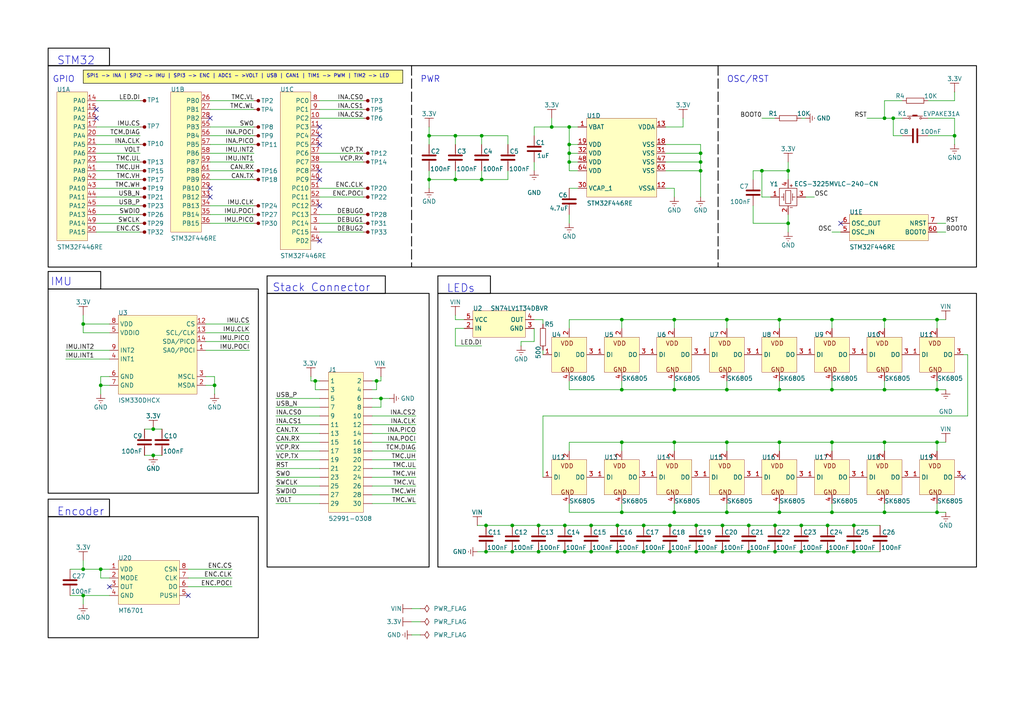
<source format=kicad_sch>
(kicad_sch (version 20250114) (generator "eeschema") (generator_version "9.0")
  (paper "A4")
  (title_block (title "BLDCM - MCU") (date "2025-05-06") (rev "v3"))
  (rectangle (start 142.24 80.01) (end 127 85.09) (stroke (width 0.254) (color 0 0 0 1)))
  (rectangle (start 77.47 85.09) (end 124.46 164.465) (stroke (width 0.254) (color 0 0 0 1)))
  (rectangle (start 13.97 19.05) (end 283.21 77.47) (stroke (width 0.254) (color 0 0 0 1)))
  (rectangle (start 13.97 149.86) (end 74.93 184.9628) (stroke (width 0.254) (color 0 0 0 1)))
  (rectangle (start 127 85.09) (end 283.21 164.465) (stroke (width 0.254) (color 0 0 0 1)))
  (rectangle (start 13.97 78.74) (end 29.21 83.82) (stroke (width 0.254) (color 0 0 0 1)))
  (rectangle (start 77.47 80.01) (end 111.76 85.09) (stroke (width 0.254) (color 0 0 0 1)))
  (rectangle (start 31.75 13.97) (end 13.97 19.05) (stroke (width 0.254) (color 0 0 0 1)))
  (rectangle (start 31.75 144.78) (end 13.97 149.86) (stroke (width 0.254) (color 0 0 0 1)))
  (rectangle (start 13.97 83.82) (end 74.93 143.0528) (stroke (width 0.254) (color 0 0 0 1)))
  (text "STM32" (at 16.51 19.05 0) (effects (font (size 2.286 2.286)) (justify left bottom)))
  (text "IMU" (at 14.605 83.185 0) (effects (font (size 2.286 2.286)) (justify left bottom)))
  (text "LEDs" (at 129.54 85.09 0) (effects (font (size 2.286 2.286)) (justify left bottom)))
  (text "Stack Connector" (at 78.994 84.8868 0) (effects (font (size 2.286 2.286)) (justify left bottom)))
  (text "Encoder" (at 16.51 149.86 0) (effects (font (size 2.286 2.286)) (justify left bottom)))
  (text "OSC/RST" (at 210.82 24.13 0) (effects (font (size 1.778 1.778)) (justify left bottom)))
  (text "GPIO" (at 15.24 24.13 0) (effects (font (size 1.778 1.778)) (justify left bottom)))
  (text "PWR" (at 121.92 24.13 0) (effects (font (size 1.778 1.778)) (justify left bottom)))
  (text_box "SPI1 -> INA | SPI2 -> IMU | SPI3 -> ENC | ADC1 - >VOLT | USB | CAN1 | TIM1 -> PWM | TIM2 -> LED" (at 24.13 20.32 0) (size 92.71 3.81) (margins 0.9525 0.9525 0.9525 0.9525) (stroke (width 0) (color 0 0 0 1)) (fill (type color) (color 255 255 150 1)) (effects (font (size 1.016 1.016)) (justify left top)))
  (junction (at 91.44 110.49))
  (junction (at 232.41 152.4))
  (junction (at 232.41 160.02))
  (junction (at 29.21 111.76))
  (junction (at 210.82 92.71))
  (junction (at 226.06 148.59))
  (junction (at 228.6 49.53))
  (junction (at 247.65 160.02))
  (junction (at 110.49 115.57))
  (junction (at 201.93 152.4))
  (junction (at 195.58 128.27))
  (junction (at 124.46 52.07))
  (junction (at 203.2 49.53))
  (junction (at 132.08 39.37))
  (junction (at 226.06 113.03))
  (junction (at 139.7 52.07))
  (junction (at 226.06 92.71))
  (junction (at 29.21 165.1))
  (junction (at 220.98 49.53))
  (junction (at 201.93 160.02))
  (junction (at 165.1 36.83))
  (junction (at 180.34 128.27))
  (junction (at 210.82 148.59))
  (junction (at 259.08 34.29))
  (junction (at 194.31 152.4))
  (junction (at 180.34 92.71))
  (junction (at 62.23 111.76))
  (junction (at 140.97 160.02))
  (junction (at 217.17 152.4))
  (junction (at 209.55 152.4))
  (junction (at 165.1 44.45))
  (junction (at 195.58 113.03))
  (junction (at 180.34 148.59))
  (junction (at 180.34 113.03))
  (junction (at 171.45 160.02))
  (junction (at 148.59 152.4))
  (junction (at 203.2 44.45))
  (junction (at 256.54 113.03))
  (junction (at 163.83 160.02))
  (junction (at 271.78 128.27))
  (junction (at 124.46 39.37))
  (junction (at 271.78 148.59))
  (junction (at 24.13 165.1))
  (junction (at 256.54 128.27))
  (junction (at 156.21 152.4))
  (junction (at 195.58 148.59))
  (junction (at 165.1 46.99))
  (junction (at 228.6 64.77))
  (junction (at 179.07 160.02))
  (junction (at 209.55 160.02))
  (junction (at 276.86 39.37))
  (junction (at 210.82 128.27))
  (junction (at 148.59 160.02))
  (junction (at 24.13 172.72))
  (junction (at 247.65 152.4))
  (junction (at 240.03 160.02))
  (junction (at 210.82 113.03))
  (junction (at 217.17 160.02))
  (junction (at 256.54 92.71))
  (junction (at 241.3 92.71))
  (junction (at 140.97 152.4))
  (junction (at 271.78 92.71))
  (junction (at 226.06 128.27))
  (junction (at 109.22 110.49))
  (junction (at 271.78 113.03))
  (junction (at 186.69 160.02))
  (junction (at 203.2 46.99))
  (junction (at 165.1 41.91))
  (junction (at 160.02 36.83))
  (junction (at 156.21 160.02))
  (junction (at 163.83 152.4))
  (junction (at 186.69 152.4))
  (junction (at 195.58 92.71))
  (junction (at 224.79 152.4))
  (junction (at 44.45 132.08))
  (junction (at 24.13 93.98))
  (junction (at 240.03 152.4))
  (junction (at 241.3 113.03))
  (junction (at 194.31 160.02))
  (junction (at 139.7 39.37))
  (junction (at 171.45 152.4))
  (junction (at 224.79 160.02))
  (junction (at 256.54 148.59))
  (junction (at 179.07 152.4))
  (junction (at 241.3 128.27))
  (junction (at 44.45 124.46))
  (junction (at 132.08 52.07))
  (junction (at 241.3 148.59))
  (junction (at 256.54 34.29))
  (no_connect (at 92.71 36.83))
  (no_connect (at 92.71 52.07))
  (no_connect (at 279.4 138.43))
  (no_connect (at 60.96 54.61))
  (no_connect (at 54.61 172.72))
  (no_connect (at 243.84 64.77))
  (no_connect (at 92.71 49.53))
  (no_connect (at 60.96 57.15))
  (no_connect (at 92.71 39.37))
  (no_connect (at 60.96 34.29))
  (no_connect (at 27.94 34.29))
  (no_connect (at 92.71 41.91))
  (no_connect (at 92.71 69.85))
  (no_connect (at 92.71 59.69))
  (no_connect (at 27.94 31.75))
  (no_connect (at 31.75 170.18))
  (wire (pts (xy 163.83 152.4) (xy 171.45 152.4)))
  (wire (pts (xy 80.01 120.65) (xy 92.71 120.65)))
  (wire (pts (xy 29.21 167.64) (xy 29.21 165.1)))
  (wire (pts (xy 195.58 128.27) (xy 195.58 130.81)))
  (wire (pts (xy 171.45 152.4) (xy 179.07 152.4)))
  (wire (pts (xy 198.12 36.83) (xy 198.12 34.29)))
  (wire (pts (xy 110.49 115.57) (xy 113.03 115.57)))
  (wire (pts (xy 73.66 31.75) (xy 60.96 31.75)))
  (wire (pts (xy 171.45 160.02) (xy 179.07 160.02)))
  (wire (pts (xy 80.01 125.73) (xy 92.71 125.73)))
  (wire (pts (xy 157.48 138.43) (xy 157.48 120.65)))
  (wire (pts (xy 165.1 113.03) (xy 180.34 113.03)))
  (wire (pts (xy 24.13 162.56) (xy 24.13 165.1)))
  (wire (pts (xy 209.55 160.02) (xy 217.17 160.02)))
  (wire (pts (xy 259.08 34.29) (xy 261.62 34.29)))
  (wire (pts (xy 259.08 34.29) (xy 259.08 39.37)))
  (wire (pts (xy 90.17 110.49) (xy 90.17 109.22)))
  (wire (pts (xy 80.01 143.51) (xy 92.71 143.51)))
  (wire (pts (xy 226.06 128.27) (xy 226.06 130.81)))
  (wire (pts (xy 271.78 67.31) (xy 274.32 67.31)))
  (wire (pts (xy 165.1 92.71) (xy 180.34 92.71)))
  (wire (pts (xy 241.3 148.59) (xy 241.3 146.05)))
  (wire (pts (xy 165.1 130.81) (xy 165.1 128.27)))
  (wire (pts (xy 276.86 26.67) (xy 276.86 29.21)))
  (wire (pts (xy 41.91 124.46) (xy 44.45 124.46)))
  (wire (pts (xy 110.49 115.57) (xy 107.95 115.57)))
  (wire (pts (xy 60.96 44.45) (xy 73.66 44.45)))
  (wire (pts (xy 132.08 39.37) (xy 124.46 39.37)))
  (wire (pts (xy 210.82 92.71) (xy 226.06 92.71)))
  (wire (pts (xy 31.75 167.64) (xy 29.21 167.64)))
  (wire (pts (xy 193.04 54.61) (xy 195.58 54.61)))
  (wire (pts (xy 256.54 92.71) (xy 256.54 95.25)))
  (wire (pts (xy 59.69 99.06) (xy 72.39 99.06)))
  (wire (pts (xy 156.21 160.02) (xy 163.83 160.02)))
  (wire (pts (xy 256.54 128.27) (xy 271.78 128.27)))
  (wire (pts (xy 165.1 46.99) (xy 165.1 44.45)))
  (wire (pts (xy 60.96 29.21) (xy 73.66 29.21)))
  (wire (pts (xy 27.94 59.69) (xy 40.64 59.69)))
  (wire (pts (xy 40.64 41.91) (xy 27.94 41.91)))
  (wire (pts (xy 280.67 102.87) (xy 279.4 102.87)))
  (wire (pts (xy 210.82 148.59) (xy 210.82 146.05)))
  (wire (pts (xy 20.32 165.1) (xy 24.13 165.1)))
  (wire (pts (xy 195.58 54.61) (xy 195.58 57.15)))
  (wire (pts (xy 193.04 41.91) (xy 203.2 41.91)))
  (wire (pts (xy 91.44 110.49) (xy 91.44 113.03)))
  (wire (pts (xy 40.64 54.61) (xy 27.94 54.61)))
  (wire (pts (xy 209.55 152.4) (xy 217.17 152.4)))
  (wire (pts (xy 24.13 165.1) (xy 29.21 165.1)))
  (wire (pts (xy 67.31 170.18) (xy 54.61 170.18)))
  (wire (pts (xy 24.13 96.52) (xy 31.75 96.52)))
  (wire (pts (xy 210.82 113.03) (xy 226.06 113.03)))
  (wire (pts (xy 251.46 34.29) (xy 256.54 34.29)))
  (wire (pts (xy 60.96 62.23) (xy 73.66 62.23)))
  (wire (pts (xy 132.08 39.37) (xy 139.7 39.37)))
  (wire (pts (xy 167.64 46.99) (xy 165.1 46.99)))
  (wire (pts (xy 92.71 115.57) (xy 80.01 115.57)))
  (wire (pts (xy 195.58 113.03) (xy 195.58 110.49)))
  (wire (pts (xy 226.06 148.59) (xy 226.06 146.05)))
  (wire (pts (xy 92.71 146.05) (xy 80.01 146.05)))
  (wire (pts (xy 157.48 120.65) (xy 280.67 120.65)))
  (wire (pts (xy 92.71 62.23) (xy 105.41 62.23)))
  (wire (pts (xy 60.96 36.83) (xy 73.66 36.83)))
  (wire (pts (xy 195.58 148.59) (xy 210.82 148.59)))
  (wire (pts (xy 165.1 49.53) (xy 165.1 46.99)))
  (wire (pts (xy 124.46 39.37) (xy 124.46 41.91)))
  (wire (pts (xy 134.62 92.71) (xy 132.08 92.71)))
  (wire (pts (xy 80.01 118.11) (xy 92.71 118.11)))
  (wire (pts (xy 132.08 52.07) (xy 139.7 52.07)))
  (wire (pts (xy 91.44 113.03) (xy 92.71 113.03)))
  (wire (pts (xy 203.2 41.91) (xy 203.2 44.45)))
  (wire (pts (xy 180.34 113.03) (xy 195.58 113.03)))
  (wire (pts (xy 280.67 120.65) (xy 280.67 102.87)))
  (wire (pts (xy 29.21 111.76) (xy 31.75 111.76)))
  (wire (pts (xy 27.94 62.23) (xy 40.64 62.23)))
  (wire (pts (xy 186.69 160.02) (xy 194.31 160.02)))
  (wire (pts (xy 80.01 133.35) (xy 92.71 133.35)))
  (wire (pts (xy 154.94 92.71) (xy 157.48 92.71)))
  (wire (pts (xy 148.59 160.02) (xy 156.21 160.02)))
  (wire (pts (xy 54.61 167.64) (xy 67.31 167.64)))
  (wire (pts (xy 138.43 152.4) (xy 140.97 152.4)))
  (wire (pts (xy 62.23 111.76) (xy 62.23 109.22)))
  (wire (pts (xy 256.54 148.59) (xy 256.54 146.05)))
  (wire (pts (xy 124.46 54.61) (xy 124.46 52.07)))
  (wire (pts (xy 31.75 93.98) (xy 24.13 93.98)))
  (wire (pts (xy 220.98 57.15) (xy 223.52 57.15)))
  (wire (pts (xy 180.34 148.59) (xy 180.34 146.05)))
  (wire (pts (xy 120.65 135.89) (xy 107.95 135.89)))
  (wire (pts (xy 41.91 132.08) (xy 44.45 132.08)))
  (wire (pts (xy 165.1 110.49) (xy 165.1 113.03)))
  (wire (pts (xy 24.13 172.72) (xy 24.13 175.26)))
  (wire (pts (xy 147.32 52.07) (xy 139.7 52.07)))
  (wire (pts (xy 160.02 36.83) (xy 154.94 36.83)))
  (wire (pts (xy 240.03 160.02) (xy 247.65 160.02)))
  (wire (pts (xy 92.71 54.61) (xy 105.41 54.61)))
  (wire (pts (xy 107.95 113.03) (xy 109.22 113.03)))
  (wire (pts (xy 201.93 160.02) (xy 209.55 160.02)))
  (wire (pts (xy 132.08 95.25) (xy 132.08 100.33)))
  (wire (pts (xy 228.6 46.99) (xy 228.6 49.53)))
  (wire (pts (xy 224.79 160.02) (xy 232.41 160.02)))
  (wire (pts (xy 167.64 54.61) (xy 165.1 54.61)))
  (wire (pts (xy 228.6 64.77) (xy 228.6 67.31)))
  (wire (pts (xy 60.96 52.07) (xy 73.66 52.07)))
  (wire (pts (xy 180.34 92.71) (xy 195.58 92.71)))
  (wire (pts (xy 203.2 44.45) (xy 203.2 46.99)))
  (wire (pts (xy 107.95 120.65) (xy 120.65 120.65)))
  (wire (pts (xy 276.86 39.37) (xy 276.86 41.91)))
  (wire (pts (xy 165.1 41.91) (xy 165.1 36.83)))
  (wire (pts (xy 132.08 49.53) (xy 132.08 52.07)))
  (wire (pts (xy 27.94 39.37) (xy 40.64 39.37)))
  (wire (pts (xy 31.75 101.6) (xy 19.05 101.6)))
  (wire (pts (xy 27.94 49.53) (xy 40.64 49.53)))
  (wire (pts (xy 195.58 92.71) (xy 195.58 95.25)))
  (wire (pts (xy 269.24 34.29) (xy 276.86 34.29)))
  (wire (pts (xy 62.23 111.76) (xy 62.23 114.3)))
  (wire (pts (xy 180.34 128.27) (xy 180.34 130.81)))
  (wire (pts (xy 132.08 100.33) (xy 139.7 100.33)))
  (wire (pts (xy 160.02 34.29) (xy 160.02 36.83)))
  (wire (pts (xy 29.21 111.76) (xy 29.21 114.3)))
  (wire (pts (xy 147.32 49.53) (xy 147.32 52.07)))
  (wire (pts (xy 110.49 118.11) (xy 110.49 115.57)))
  (wire (pts (xy 154.94 99.06) (xy 154.94 95.25)))
  (wire (pts (xy 105.41 34.29) (xy 92.71 34.29)))
  (wire (pts (xy 180.34 128.27) (xy 195.58 128.27)))
  (wire (pts (xy 92.71 128.27) (xy 80.01 128.27)))
  (wire (pts (xy 241.3 148.59) (xy 256.54 148.59)))
  (wire (pts (xy 203.2 49.53) (xy 203.2 57.15)))
  (wire (pts (xy 271.78 148.59) (xy 271.78 146.05)))
  (wire (pts (xy 107.95 130.81) (xy 120.65 130.81)))
  (wire (pts (xy 165.1 64.77) (xy 165.1 62.23)))
  (wire (pts (xy 92.71 31.75) (xy 105.41 31.75)))
  (wire (pts (xy 59.69 93.98) (xy 72.39 93.98)))
  (wire (pts (xy 194.31 152.4) (xy 201.93 152.4)))
  (wire (pts (xy 92.71 57.15) (xy 105.41 57.15)))
  (wire (pts (xy 60.96 41.91) (xy 73.66 41.91)))
  (wire (pts (xy 120.65 146.05) (xy 107.95 146.05)))
  (wire (pts (xy 220.98 34.29) (xy 224.79 34.29)))
  (wire (pts (xy 107.95 138.43) (xy 120.65 138.43)))
  (wire (pts (xy 271.78 128.27) (xy 274.32 128.27)))
  (wire (pts (xy 167.64 44.45) (xy 165.1 44.45)))
  (wire (pts (xy 27.94 67.31) (xy 40.64 67.31)))
  (wire (pts (xy 109.22 110.49) (xy 107.95 110.49)))
  (wire (pts (xy 20.32 172.72) (xy 24.13 172.72)))
  (wire (pts (xy 154.94 36.83) (xy 154.94 39.37)))
  (wire (pts (xy 27.94 44.45) (xy 40.64 44.45)))
  (wire (pts (xy 256.54 148.59) (xy 271.78 148.59)))
  (wire (pts (xy 62.23 109.22) (xy 59.69 109.22)))
  (polyline (pts (xy 208.28 19.05) (xy 208.28 77.47)) (stroke (width 0.254) (type dash) (color 0 0 0 1)))
  (wire (pts (xy 228.6 62.23) (xy 228.6 64.77)))
  (wire (pts (xy 228.6 52.07) (xy 228.6 49.53)))
  (wire (pts (xy 194.31 160.02) (xy 201.93 160.02)))
  (wire (pts (xy 80.01 123.19) (xy 92.71 123.19)))
  (wire (pts (xy 179.07 160.02) (xy 186.69 160.02)))
  (wire (pts (xy 193.04 44.45) (xy 203.2 44.45)))
  (wire (pts (xy 44.45 132.08) (xy 46.99 132.08)))
  (wire (pts (xy 139.7 41.91) (xy 139.7 39.37)))
  (wire (pts (xy 92.71 46.99) (xy 105.41 46.99)))
  (wire (pts (xy 110.49 110.49) (xy 109.22 110.49)))
  (wire (pts (xy 165.1 146.05) (xy 165.1 148.59)))
  (wire (pts (xy 120.65 123.19) (xy 107.95 123.19)))
  (wire (pts (xy 271.78 92.71) (xy 271.78 95.25)))
  (wire (pts (xy 195.58 92.71) (xy 210.82 92.71)))
  (wire (pts (xy 91.44 110.49) (xy 92.71 110.49)))
  (wire (pts (xy 27.94 64.77) (xy 40.64 64.77)))
  (wire (pts (xy 193.04 49.53) (xy 203.2 49.53)))
  (wire (pts (xy 165.1 36.83) (xy 167.64 36.83)))
  (wire (pts (xy 105.41 64.77) (xy 92.71 64.77)))
  (wire (pts (xy 19.05 104.14) (xy 31.75 104.14)))
  (wire (pts (xy 228.6 64.77) (xy 218.44 64.77)))
  (wire (pts (xy 232.41 152.4) (xy 240.03 152.4)))
  (wire (pts (xy 232.41 160.02) (xy 240.03 160.02)))
  (wire (pts (xy 90.17 110.49) (xy 91.44 110.49)))
  (wire (pts (xy 269.24 29.21) (xy 276.86 29.21)))
  (wire (pts (xy 44.45 124.46) (xy 46.99 124.46)))
  (wire (pts (xy 256.54 113.03) (xy 271.78 113.03)))
  (wire (pts (xy 151.13 99.06) (xy 154.94 99.06)))
  (wire (pts (xy 165.1 36.83) (xy 160.02 36.83)))
  (wire (pts (xy 186.69 152.4) (xy 194.31 152.4)))
  (wire (pts (xy 119.38 184.15) (xy 121.92 184.15)))
  (wire (pts (xy 241.3 92.71) (xy 256.54 92.71)))
  (wire (pts (xy 220.98 49.53) (xy 220.98 57.15)))
  (wire (pts (xy 31.75 109.22) (xy 29.21 109.22)))
  (wire (pts (xy 29.21 109.22) (xy 29.21 111.76)))
  (wire (pts (xy 27.94 52.07) (xy 40.64 52.07)))
  (wire (pts (xy 54.61 165.1) (xy 67.31 165.1)))
  (wire (pts (xy 59.69 101.6) (xy 72.39 101.6)))
  (wire (pts (xy 119.38 180.34) (xy 121.92 180.34)))
  (polyline (pts (xy 119.38 19.05) (xy 119.38 77.47)) (stroke (width 0.254) (type dash) (color 0 0 0 1)))
  (wire (pts (xy 226.06 92.71) (xy 241.3 92.71)))
  (wire (pts (xy 124.46 52.07) (xy 124.46 49.53)))
  (wire (pts (xy 134.62 95.25) (xy 132.08 95.25)))
  (wire (pts (xy 241.3 92.71) (xy 241.3 95.25)))
  (wire (pts (xy 226.06 92.71) (xy 226.06 95.25)))
  (wire (pts (xy 105.41 29.21) (xy 92.71 29.21)))
  (wire (pts (xy 165.1 128.27) (xy 180.34 128.27)))
  (wire (pts (xy 247.65 152.4) (xy 255.27 152.4)))
  (wire (pts (xy 165.1 44.45) (xy 165.1 41.91)))
  (wire (pts (xy 217.17 160.02) (xy 224.79 160.02)))
  (wire (pts (xy 154.94 49.53) (xy 154.94 46.99)))
  (wire (pts (xy 210.82 128.27) (xy 210.82 130.81)))
  (wire (pts (xy 59.69 96.52) (xy 72.39 96.52)))
  (wire (pts (xy 179.07 152.4) (xy 186.69 152.4)))
  (wire (pts (xy 218.44 49.53) (xy 218.44 52.07)))
  (wire (pts (xy 217.17 152.4) (xy 224.79 152.4)))
  (wire (pts (xy 92.71 130.81) (xy 80.01 130.81)))
  (wire (pts (xy 148.59 152.4) (xy 156.21 152.4)))
  (wire (pts (xy 109.22 110.49) (xy 109.22 113.03)))
  (wire (pts (xy 233.68 57.15) (xy 236.22 57.15)))
  (wire (pts (xy 226.06 113.03) (xy 241.3 113.03)))
  (wire (pts (xy 269.24 39.37) (xy 276.86 39.37)))
  (wire (pts (xy 226.06 148.59) (xy 241.3 148.59)))
  (wire (pts (xy 241.3 67.31) (xy 243.84 67.31)))
  (wire (pts (xy 241.3 128.27) (xy 241.3 130.81)))
  (wire (pts (xy 271.78 64.77) (xy 274.32 64.77)))
  (wire (pts (xy 218.44 64.77) (xy 218.44 59.69)))
  (wire (pts (xy 157.48 92.71) (xy 157.48 93.98)))
  (wire (pts (xy 271.78 148.59) (xy 274.32 148.59)))
  (wire (pts (xy 241.3 113.03) (xy 241.3 110.49)))
  (wire (pts (xy 271.78 113.03) (xy 271.78 110.49)))
  (wire (pts (xy 105.41 44.45) (xy 92.71 44.45)))
  (wire (pts (xy 195.58 128.27) (xy 210.82 128.27)))
  (wire (pts (xy 27.94 57.15) (xy 40.64 57.15)))
  (wire (pts (xy 228.6 49.53) (xy 220.98 49.53)))
  (wire (pts (xy 259.08 39.37) (xy 261.62 39.37)))
  (wire (pts (xy 193.04 46.99) (xy 203.2 46.99)))
  (wire (pts (xy 73.66 39.37) (xy 60.96 39.37)))
  (wire (pts (xy 73.66 49.53) (xy 60.96 49.53)))
  (wire (pts (xy 107.95 125.73) (xy 120.65 125.73)))
  (wire (pts (xy 156.21 152.4) (xy 163.83 152.4)))
  (wire (pts (xy 107.95 128.27) (xy 120.65 128.27)))
  (wire (pts (xy 139.7 52.07) (xy 139.7 49.53)))
  (wire (pts (xy 203.2 46.99) (xy 203.2 49.53)))
  (wire (pts (xy 167.64 49.53) (xy 165.1 49.53)))
  (wire (pts (xy 140.97 152.4) (xy 148.59 152.4)))
  (wire (pts (xy 261.62 29.21) (xy 256.54 29.21)))
  (wire (pts (xy 165.1 95.25) (xy 165.1 92.71)))
  (wire (pts (xy 24.13 172.72) (xy 31.75 172.72)))
  (wire (pts (xy 210.82 148.59) (xy 226.06 148.59)))
  (wire (pts (xy 224.79 152.4) (xy 232.41 152.4)))
  (wire (pts (xy 240.03 152.4) (xy 247.65 152.4)))
  (wire (pts (xy 195.58 113.03) (xy 210.82 113.03)))
  (wire (pts (xy 256.54 113.03) (xy 256.54 110.49)))
  (wire (pts (xy 124.46 39.37) (xy 124.46 36.83)))
  (wire (pts (xy 157.48 101.6) (xy 157.48 102.87)))
  (wire (pts (xy 180.34 92.71) (xy 180.34 95.25)))
  (wire (pts (xy 226.06 113.03) (xy 226.06 110.49)))
  (wire (pts (xy 29.21 165.1) (xy 31.75 165.1)))
  (wire (pts (xy 120.65 140.97) (xy 107.95 140.97)))
  (wire (pts (xy 107.95 118.11) (xy 110.49 118.11)))
  (wire (pts (xy 193.04 36.83) (xy 198.12 36.83)))
  (wire (pts (xy 40.64 46.99) (xy 27.94 46.99)))
  (wire (pts (xy 210.82 113.03) (xy 210.82 110.49)))
  (wire (pts (xy 73.66 46.99) (xy 60.96 46.99)))
  (wire (pts (xy 226.06 128.27) (xy 241.3 128.27)))
  (wire (pts (xy 210.82 128.27) (xy 226.06 128.27)))
  (wire (pts (xy 119.38 176.53) (xy 121.92 176.53)))
  (wire (pts (xy 60.96 59.69) (xy 73.66 59.69)))
  (wire (pts (xy 140.97 160.02) (xy 148.59 160.02)))
  (wire (pts (xy 241.3 113.03) (xy 256.54 113.03)))
  (wire (pts (xy 132.08 92.71) (xy 132.08 91.44)))
  (wire (pts (xy 232.41 34.29) (xy 233.68 34.29)))
  (wire (pts (xy 147.32 41.91) (xy 147.32 39.37)))
  (wire (pts (xy 276.86 34.29) (xy 276.86 39.37)))
  (wire (pts (xy 80.01 138.43) (xy 92.71 138.43)))
  (wire (pts (xy 92.71 140.97) (xy 80.01 140.97)))
  (wire (pts (xy 60.96 64.77) (xy 73.66 64.77)))
  (wire (pts (xy 271.78 113.03) (xy 274.32 113.03)))
  (wire (pts (xy 107.95 143.51) (xy 120.65 143.51)))
  (wire (pts (xy 167.64 41.91) (xy 165.1 41.91)))
  (wire (pts (xy 92.71 67.31) (xy 105.41 67.31)))
  (wire (pts (xy 132.08 41.91) (xy 132.08 39.37)))
  (wire (pts (xy 241.3 128.27) (xy 256.54 128.27)))
  (wire (pts (xy 220.98 49.53) (xy 218.44 49.53)))
  (wire (pts (xy 180.34 113.03) (xy 180.34 110.49)))
  (wire (pts (xy 92.71 135.89) (xy 80.01 135.89)))
  (wire (pts (xy 27.94 29.21) (xy 40.64 29.21)))
  (wire (pts (xy 138.43 160.02) (xy 140.97 160.02)))
  (wire (pts (xy 247.65 160.02) (xy 255.27 160.02)))
  (wire (pts (xy 271.78 92.71) (xy 274.32 92.71)))
  (wire (pts (xy 271.78 128.27) (xy 271.78 130.81)))
  (wire (pts (xy 195.58 148.59) (xy 195.58 146.05)))
  (wire (pts (xy 256.54 92.71) (xy 271.78 92.71)))
  (wire (pts (xy 165.1 148.59) (xy 180.34 148.59)))
  (wire (pts (xy 256.54 34.29) (xy 259.08 34.29)))
  (wire (pts (xy 163.83 160.02) (xy 171.45 160.02)))
  (wire (pts (xy 124.46 52.07) (xy 132.08 52.07)))
  (wire (pts (xy 110.49 110.49) (xy 110.49 109.22)))
  (wire (pts (xy 256.54 29.21) (xy 256.54 34.29)))
  (wire (pts (xy 24.13 91.44) (xy 24.13 93.98)))
  (wire (pts (xy 151.13 99.06) (xy 151.13 100.33)))
  (wire (pts (xy 24.13 93.98) (xy 24.13 96.52)))
  (wire (pts (xy 147.32 39.37) (xy 139.7 39.37)))
  (wire (pts (xy 107.95 133.35) (xy 120.65 133.35)))
  (wire (pts (xy 210.82 92.71) (xy 210.82 95.25)))
  (wire (pts (xy 59.69 111.76) (xy 62.23 111.76)))
  (wire (pts (xy 201.93 152.4) (xy 209.55 152.4)))
  (wire (pts (xy 27.94 36.83) (xy 40.64 36.83)))
  (wire (pts (xy 256.54 128.27) (xy 256.54 130.81)))
  (wire (pts (xy 180.34 148.59) (xy 195.58 148.59)))
  (label "IMU.INT1" (at 19.05 104.14 0))
  (label "BOOT0" (at 220.98 34.29 180))
  (label "USB_N" (at 80.01 118.11 0))
  (label "USB_P" (at 40.64 59.69 180))
  (label "BOOT0" (at 274.32 67.31 0))
  (label "SWO" (at 80.01 138.43 0))
  (label "INA.CS0" (at 105.41 29.21 180))
  (label "TMC.VH" (at 40.64 52.07 180))
  (label "INA.CS2" (at 120.65 120.65 180))
  (label "INA.POCI" (at 120.65 128.27 180))
  (label "SWDIO" (at 80.01 143.51 0))
  (label "ENC.POCI" (at 105.41 57.15 180))
  (label "LED.DI" (at 139.7 100.33 180))
  (label "CAN.RX" (at 73.66 49.53 180))
  (label "TMC.VL" (at 73.66 29.21 180))
  (label "IMU.PICO" (at 73.66 64.77 180))
  (label "TMC.UH" (at 40.64 49.53 180))
  (label "VCP.TX" (at 105.41 44.45 180))
  (label "IMU.CLK" (at 72.39 96.52 180))
  (label "TMC.VL" (at 120.65 140.97 180))
  (label "TMC.VH" (at 120.65 138.43 180))
  (label "SWDIO" (at 40.64 62.23 180))
  (label "SWO" (at 73.66 36.83 180))
  (label "IMU.POCI" (at 72.39 101.6 180))
  (label "IMU.PICO" (at 72.39 99.06 180))
  (label "ENC.CS" (at 67.31 165.1 180))
  (label "TMC.WL" (at 73.66 31.75 180))
  (label "TMC.UL" (at 40.64 46.99 180))
  (label "INA.CS2" (at 105.41 34.29 180))
  (label "IMU.INT1" (at 73.66 46.99 180))
  (label "RST" (at 274.32 64.77 0))
  (label "TCM.DIAG" (at 120.65 130.81 180))
  (label "IMU.INT2" (at 19.05 101.6 0))
  (label "IMU.CS" (at 40.64 36.83 180))
  (label "TMC.WH" (at 40.64 54.61 180))
  (label "INA.CS1" (at 105.41 31.75 180))
  (label "OSC" (at 236.22 57.15 0))
  (label "CAN.TX" (at 80.01 125.73 0))
  (label "LED.DI" (at 40.64 29.21 180))
  (label "CAN.RX" (at 80.01 128.27 0))
  (label "IMU.POCI" (at 73.66 62.23 180))
  (label "VCP.TX" (at 80.01 133.35 0))
  (label "TMC.UH" (at 120.65 133.35 180))
  (label "VOLT" (at 40.64 44.45 180))
  (label "SWCLK" (at 40.64 64.77 180))
  (label "SWCLK" (at 80.01 140.97 0))
  (label "IMU.CS" (at 72.39 93.98 180))
  (label "USB_P" (at 80.01 115.57 0))
  (label "TCM.DIAG" (at 40.64 39.37 180))
  (label "DEBUG0" (at 105.41 62.23 180))
  (label "TMC.UL" (at 120.65 135.89 180))
  (label "INA.PICO" (at 120.65 125.73 180))
  (label "RST" (at 80.01 135.89 0))
  (label "OSC" (at 241.3 67.31 180))
  (label "VCP.RX" (at 80.01 130.81 0))
  (label "INA.CLK" (at 40.64 41.91 180))
  (label "RST" (at 251.46 34.29 180))
  (label "VOLT" (at 80.01 146.05 0))
  (label "DEBUG2" (at 105.41 67.31 180))
  (label "TMC.WL" (at 120.65 146.05 180))
  (label "USB_N" (at 40.64 57.15 180))
  (label "ENC.CLK" (at 105.41 54.61 180))
  (label "INA.CS0" (at 80.01 120.65 0))
  (label "DEBUG1" (at 105.41 64.77 180))
  (label "IMU.INT2" (at 73.66 44.45 180))
  (label "CAN.TX" (at 73.66 52.07 180))
  (label "ENC.POCI" (at 67.31 170.18 180))
  (label "ENC.CS" (at 40.64 67.31 180))
  (label "INA.PICO" (at 73.66 41.91 180))
  (label "INA.POCI" (at 73.66 39.37 180))
  (label "IMU.CLK" (at 73.66 59.69 180))
  (label "INA.CLK" (at 120.65 123.19 180))
  (label "ENC.CLK" (at 67.31 167.64 180))
  (label "VCP.RX" (at 105.41 46.99 180))
  (label "TMC.WH" (at 120.65 143.51 180))
  (label "INA.CS1" (at 80.01 123.19 0))
  (symbol (lib_id "BrenoCQ:STM32F446RE") (at 20.32 49.53 0) (unit 1)
    (property "Reference" "U1" (at 16.51 26.67 0) (effects (justify left bottom)))
    (property "Value" "STM32F446RE" (at 16.51 72.39 0) (effects (justify left bottom)))
    (property "Footprint" "BrenoCQ:LQFP64" (effects (hide yes)))
    (property "Datasheet" "https://www.st.com/resource/en/datasheet/stm32f446re.pdf" (effects (hide yes)))
    (property "Description" "STM32F446RE" (effects (hide yes)))
  )
  (symbol (lib_id "BrenoCQ:TP") (at 105.41 31.75 0) (unit 0)
    (property "Reference" "TP5" (at 107.442 32.512 0) (effects (justify left bottom)))
    (property "Value" "Test point 0.5mm" (effects (hide yes)))
    (property "Footprint" "BrenoCQ:TP_0.5mm" (effects (hide yes)))
    (property "Description" "Test point" (effects (hide yes)))
  )
  (symbol (lib_id "BrenoCQ:TP") (at 73.66 62.23 0) (unit 0)
    (property "Reference" "TP27" (at 75.692 62.992 0) (effects (justify left bottom)))
    (property "Value" "Test point 0.5mm" (effects (hide yes)))
    (property "Footprint" "BrenoCQ:TP_0.5mm" (effects (hide yes)))
    (property "Description" "Test point" (effects (hide yes)))
  )
  (symbol (lib_id "BrenoCQ:C") (at 201.93 156.21 90) (unit 1)
    (property "Reference" "C19" (at 206.375 153.67 90) (effects (justify left bottom)))
    (property "Value" "100nF" (at 208.28 158.115 90) (effects (justify left bottom)))
    (property "Footprint" "BrenoCQ:C_0402" (effects (hide yes)))
    (property "Description" "Unpolarized capacitor" (effects (hide yes)))
  )
  (symbol (lib_id "BrenoCQ:TP") (at 105.41 29.21 0) (unit 0)
    (property "Reference" "TP3" (at 107.442 29.972 0) (effects (justify left bottom)))
    (property "Value" "Test point 0.5mm" (effects (hide yes)))
    (property "Footprint" "BrenoCQ:TP_0.5mm" (effects (hide yes)))
    (property "Description" "Test point" (effects (hide yes)))
  )
  (symbol (lib_id "BrenoCQ:LED_SK6805-EC15") (at 241.3 105.41 0) (unit 0)
    (property "Reference" "U9" (at 236.22 97.79 0) (effects (justify left bottom)))
    (property "Value" "SK6805" (at 241.3 110.49 0) (effects (justify left bottom)))
    (property "Footprint" "BrenoCQ:LED-1515" (effects (hide yes)))
    (property "Datasheet" "https://cdn-shop.adafruit.com/product-files/4492/Datasheet.pdf" (effects (hide yes)))
    (property "Description" "Led RGB Adressable 1.5x1.5x0.65mm" (effects (hide yes)))
  )
  (symbol (lib_id "BrenoCQ:TP") (at 40.64 52.07 0) (unit 0)
    (property "Reference" "TP17" (at 42.672 52.832 0) (effects (justify left bottom)))
    (property "Value" "Test point 0.5mm" (effects (hide yes)))
    (property "Footprint" "BrenoCQ:TP_0.5mm" (effects (hide yes)))
    (property "Description" "Test point" (effects (hide yes)))
  )
  (symbol (lib_id "BrenoCQ:GND") (at 119.38 184.15 270) (unit 1)
    (property "Reference" "#PWR0133" (effects (hide yes)))
    (property "Value" "GND" (at 114.3 184.15 90))
    (property "Description" "Ground power symbol" (effects (hide yes)))
  )
  (symbol (lib_id "BrenoCQ:LED_SK6805-EC15") (at 256.54 105.41 0) (unit 0)
    (property "Reference" "U10" (at 251.46 97.79 0) (effects (justify left bottom)))
    (property "Value" "SK6805" (at 256.54 110.49 0) (effects (justify left bottom)))
    (property "Footprint" "BrenoCQ:LED-1515" (effects (hide yes)))
    (property "Datasheet" "https://cdn-shop.adafruit.com/product-files/4492/Datasheet.pdf" (effects (hide yes)))
    (property "Description" "Led RGB Adressable 1.5x1.5x0.65mm" (effects (hide yes)))
  )
  (symbol (lib_id "BrenoCQ:LED_SK6805-EC15") (at 195.58 105.41 0) (unit 0)
    (property "Reference" "U6" (at 190.5 97.79 0) (effects (justify left bottom)))
    (property "Value" "SK6805" (at 195.58 110.49 0) (effects (justify left bottom)))
    (property "Footprint" "BrenoCQ:LED-1515" (effects (hide yes)))
    (property "Datasheet" "https://cdn-shop.adafruit.com/product-files/4492/Datasheet.pdf" (effects (hide yes)))
    (property "Description" "Led RGB Adressable 1.5x1.5x0.65mm" (effects (hide yes)))
  )
  (symbol (lib_id "BrenoCQ:TP") (at 40.64 57.15 0) (unit 0)
    (property "Reference" "TP21" (at 42.672 57.912 0) (effects (justify left bottom)))
    (property "Value" "Test point 0.5mm" (effects (hide yes)))
    (property "Footprint" "BrenoCQ:TP_0.5mm" (effects (hide yes)))
    (property "Description" "Test point" (effects (hide yes)))
  )
  (symbol (lib_id "BrenoCQ:TP") (at 40.64 49.53 0) (unit 0)
    (property "Reference" "TP15" (at 42.672 50.292 0) (effects (justify left bottom)))
    (property "Value" "Test point 0.5mm" (effects (hide yes)))
    (property "Footprint" "BrenoCQ:TP_0.5mm" (effects (hide yes)))
    (property "Description" "Test point" (effects (hide yes)))
  )
  (symbol (lib_id "BrenoCQ:VDD") (at 274.32 128.27 0) (unit 1)
    (property "Reference" "#PWR0121" (effects (hide yes)))
    (property "Value" "VIN" (at 274.32 124.46 0))
    (property "Description" "Source power symbol" (effects (hide yes)))
  )
  (symbol (lib_id "BrenoCQ:C") (at 218.44 55.88 90) (unit 1)
    (property "Reference" "C7" (at 217.17 53.34 90) (effects (justify left bottom)))
    (property "Value" "100nF" (at 217.805 57.785 90) (effects (justify left bottom)))
    (property "Footprint" "BrenoCQ:C_0402" (effects (hide yes)))
    (property "Description" "Unpolarized capacitor" (effects (hide yes)))
  )
  (symbol (lib_id "BrenoCQ:C") (at 209.55 156.21 90) (unit 1)
    (property "Reference" "C20" (at 213.995 153.67 90) (effects (justify left bottom)))
    (property "Value" "100nF" (at 215.9 158.115 90) (effects (justify left bottom)))
    (property "Footprint" "BrenoCQ:C_0402" (effects (hide yes)))
    (property "Description" "Unpolarized capacitor" (effects (hide yes)))
  )
  (symbol (lib_id "power:PWR_FLAG") (at 121.92 176.53 270) (unit 1)
    (property "Reference" "#FLG01" (effects (hide yes)))
    (property "Value" "PWR_FLAG" (at 125.73 176.5299 90) (effects (justify left)))
    (property "Description" "Special symbol for telling ERC where power comes from" (effects (hide yes)))
  )
  (symbol (lib_id "BrenoCQ:LED_SK6805-EC15") (at 195.58 140.97 0) (unit 0)
    (property "Reference" "U14" (at 190.5 133.35 0) (effects (justify left bottom)))
    (property "Value" "SK6805" (at 195.58 146.05 0) (effects (justify left bottom)))
    (property "Footprint" "BrenoCQ:LED-1515" (effects (hide yes)))
    (property "Datasheet" "https://cdn-shop.adafruit.com/product-files/4492/Datasheet.pdf" (effects (hide yes)))
    (property "Description" "Led RGB Adressable 1.5x1.5x0.65mm" (effects (hide yes)))
  )
  (symbol (lib_id "power:PWR_FLAG") (at 121.92 180.34 270) (unit 1)
    (property "Reference" "#FLG02" (effects (hide yes)))
    (property "Value" "PWR_FLAG" (at 125.73 180.3399 90) (effects (justify left)))
    (property "Description" "Special symbol for telling ERC where power comes from" (effects (hide yes)))
  )
  (symbol (lib_id "BrenoCQ:TP") (at 73.66 49.53 0) (unit 0)
    (property "Reference" "TP16" (at 75.692 50.292 0) (effects (justify left bottom)))
    (property "Value" "Test point 0.5mm" (effects (hide yes)))
    (property "Footprint" "BrenoCQ:TP_0.5mm" (effects (hide yes)))
    (property "Description" "Test point" (effects (hide yes)))
  )
  (symbol (lib_id "BrenoCQ:R") (at 157.48 97.79 90) (unit 1)
    (property "Reference" "R5" (at 160.655 93.345 90) (effects (justify left bottom)))
    (property "Value" "500" (at 156.845 104.14 0) (effects (justify left bottom)))
    (property "Footprint" "BrenoCQ:R_0402" (effects (hide yes)))
    (property "Description" "Resistor" (effects (hide yes)))
  )
  (symbol (lib_id "BrenoCQ:C") (at 186.69 156.21 90) (unit 1)
    (property "Reference" "C17" (at 191.135 153.67 90) (effects (justify left bottom)))
    (property "Value" "100nF" (at 193.04 158.115 90) (effects (justify left bottom)))
    (property "Footprint" "BrenoCQ:C_0402" (effects (hide yes)))
    (property "Description" "Unpolarized capacitor" (effects (hide yes)))
  )
  (symbol (lib_id "BrenoCQ:STM32F446RE") (at 256.54 67.31 0) (unit 5)
    (property "Reference" "U1" (at 246.38 62.23 0) (effects (justify left bottom)))
    (property "Value" "STM32F446RE" (at 246.38 72.39 0) (effects (justify left bottom)))
    (property "Footprint" "BrenoCQ:LQFP64" (effects (hide yes)))
    (property "Datasheet" "https://www.st.com/resource/en/datasheet/stm32f446re.pdf" (effects (hide yes)))
    (property "Description" "STM32F446RE" (effects (hide yes)))
  )
  (symbol (lib_id "BrenoCQ:LED_SK6805-EC15") (at 165.1 140.97 0) (unit 0)
    (property "Reference" "U12" (at 160.02 133.35 0) (effects (justify left bottom)))
    (property "Value" "SK6805" (at 165.1 146.05 0) (effects (justify left bottom)))
    (property "Footprint" "BrenoCQ:LED-1515" (effects (hide yes)))
    (property "Datasheet" "https://cdn-shop.adafruit.com/product-files/4492/Datasheet.pdf" (effects (hide yes)))
    (property "Description" "Led RGB Adressable 1.5x1.5x0.65mm" (effects (hide yes)))
  )
  (symbol (lib_id "BrenoCQ:C") (at 240.03 156.21 90) (unit 1)
    (property "Reference" "C24" (at 244.475 153.67 90) (effects (justify left bottom)))
    (property "Value" "100nF" (at 246.38 158.115 90) (effects (justify left bottom)))
    (property "Footprint" "BrenoCQ:C_0402" (effects (hide yes)))
    (property "Description" "Unpolarized capacitor" (effects (hide yes)))
  )
  (symbol (lib_id "BrenoCQ:GND") (at 44.45 132.08 0) (unit 1)
    (property "Reference" "#PWR0106" (effects (hide yes)))
    (property "Value" "GND" (at 44.45 135.89 0))
    (property "Description" "Ground power symbol" (effects (hide yes)))
  )
  (symbol (lib_id "BrenoCQ:GND") (at 274.32 148.59 0) (unit 1)
    (property "Reference" "#PWR0118" (effects (hide yes)))
    (property "Value" "GND" (at 274.32 152.4 0))
    (property "Description" "Ground power symbol" (effects (hide yes)))
  )
  (symbol (lib_id "BrenoCQ:C") (at 132.08 45.72 90) (unit 1)
    (property "Reference" "C3" (at 135.255 43.18 90) (effects (justify left bottom)))
    (property "Value" "100nF" (at 138.43 48.26 90) (effects (justify left bottom)))
    (property "Footprint" "BrenoCQ:C_0402" (effects (hide yes)))
    (property "Description" "Unpolarized capacitor" (effects (hide yes)))
  )
  (symbol (lib_id "BrenoCQ:ECS-3225MVLC-240-CN") (at 228.6 57.15 0) (unit 0)
    (property "Reference" "Y1" (at 223.266 54.102 0) (effects (justify left bottom)))
    (property "Value" "ECS-3225MVLC-240-CN" (at 242.57 53.34 0))
    (property "Footprint" "BrenoCQ:Crystal_3225" (effects (hide yes)))
    (property "Datasheet" "https://eu.mouser.com/datasheet/2/122/ECS_3225MVLC-2935229.pdf" (effects (hide yes)))
    (property "Description" "Crystal Oscillator 24MHz ±25ppm" (effects (hide yes)))
  )
  (symbol (lib_id "BrenoCQ:TP") (at 105.41 54.61 0) (unit 0)
    (property "Reference" "TP20" (at 107.442 55.372 0) (effects (justify left bottom)))
    (property "Value" "Test point 0.5mm" (effects (hide yes)))
    (property "Footprint" "BrenoCQ:TP_0.5mm" (effects (hide yes)))
    (property "Description" "Test point" (effects (hide yes)))
  )
  (symbol (lib_id "BrenoCQ:TP") (at 105.41 44.45 0) (unit 0)
    (property "Reference" "TP12" (at 107.442 45.212 0) (effects (justify left bottom)))
    (property "Value" "Test point 0.5mm" (effects (hide yes)))
    (property "Footprint" "BrenoCQ:TP_0.5mm" (effects (hide yes)))
    (property "Description" "Test point" (effects (hide yes)))
  )
  (symbol (lib_id "BrenoCQ:C") (at 46.99 128.27 90) (unit 1)
    (property "Reference" "C10" (at 51.435 125.73 90) (effects (justify left bottom)))
    (property "Value" "100nF" (at 53.34 130.175 90) (effects (justify left bottom)))
    (property "Footprint" "BrenoCQ:C_0402" (effects (hide yes)))
    (property "Description" "Unpolarized capacitor" (effects (hide yes)))
  )
  (symbol (lib_id "BrenoCQ:LED_SK6805-EC15") (at 180.34 105.41 0) (unit 0)
    (property "Reference" "U5" (at 175.26 97.79 0) (effects (justify left bottom)))
    (property "Value" "SK6805" (at 180.34 110.49 0) (effects (justify left bottom)))
    (property "Footprint" "BrenoCQ:LED-1515" (effects (hide yes)))
    (property "Datasheet" "https://cdn-shop.adafruit.com/product-files/4492/Datasheet.pdf" (effects (hide yes)))
    (property "Description" "Led RGB Adressable 1.5x1.5x0.65mm" (effects (hide yes)))
  )
  (symbol (lib_id "BrenoCQ:TP") (at 73.66 41.91 0) (unit 0)
    (property "Reference" "TP11" (at 75.692 42.672 0) (effects (justify left bottom)))
    (property "Value" "Test point 0.5mm" (effects (hide yes)))
    (property "Footprint" "BrenoCQ:TP_0.5mm" (effects (hide yes)))
    (property "Description" "Test point" (effects (hide yes)))
  )
  (symbol (lib_id "BrenoCQ:GND") (at 24.13 175.26 0) (unit 1)
    (property "Reference" "#PWR0103" (effects (hide yes)))
    (property "Value" "GND" (at 24.13 179.07 0))
    (property "Description" "Ground power symbol" (effects (hide yes)))
  )
  (symbol (lib_id "BrenoCQ:Switch_EVP-AKE31A") (at 265.43 34.29 0) (unit 1)
    (property "Reference" "K1" (at 260.35 33.655 0) (effects (justify left bottom)))
    (property "Value" "EVPAKE31A" (at 273.05 33.02 0))
    (property "Footprint" "BrenoCQ:EVPAKE31A" (effects (hide yes)))
    (property "Datasheet" "https://industrial.panasonic.com/cdbs/www-data/pdf/ATK0000/ATK0000C434.pdf" (effects (hide yes)))
    (property "Description" "3.8 mm x 1.9 mm Side-operational SMD Light Touch Switches" (effects (hide yes)))
  )
  (symbol (lib_id "BrenoCQ:C") (at 41.91 128.27 90) (unit 1)
    (property "Reference" "C9" (at 41.275 125.73 90) (effects (justify left bottom)))
    (property "Value" "100nF" (at 41.275 130.175 90) (effects (justify left bottom)))
    (property "Footprint" "BrenoCQ:C_0402" (effects (hide yes)))
    (property "Description" "Unpolarized capacitor" (effects (hide yes)))
  )
  (symbol (lib_id "BrenoCQ:LED_SK6805-EC15") (at 271.78 140.97 0) (unit 0)
    (property "Reference" "U19" (at 266.7 133.35 0) (effects (justify left bottom)))
    (property "Value" "SK6805" (at 271.78 146.05 0) (effects (justify left bottom)))
    (property "Footprint" "BrenoCQ:LED-1515" (effects (hide yes)))
    (property "Datasheet" "https://cdn-shop.adafruit.com/product-files/4492/Datasheet.pdf" (effects (hide yes)))
    (property "Description" "Led RGB Adressable 1.5x1.5x0.65mm" (effects (hide yes)))
  )
  (symbol (lib_id "BrenoCQ:C") (at 171.45 156.21 90) (unit 1)
    (property "Reference" "C15" (at 175.895 153.67 90) (effects (justify left bottom)))
    (property "Value" "100nF" (at 177.8 158.115 90) (effects (justify left bottom)))
    (property "Footprint" "BrenoCQ:C_0402" (effects (hide yes)))
    (property "Description" "Unpolarized capacitor" (effects (hide yes)))
  )
  (symbol (lib_id "BrenoCQ:TP") (at 105.41 67.31 0) (unit 0)
    (property "Reference" "TP33" (at 107.442 68.072 0) (effects (justify left bottom)))
    (property "Value" "Test point 0.5mm" (effects (hide yes)))
    (property "Footprint" "BrenoCQ:TP_0.5mm" (effects (hide yes)))
    (property "Description" "Test point" (effects (hide yes)))
  )
  (symbol (lib_id "BrenoCQ:LED_SK6805-EC15") (at 241.3 140.97 0) (unit 0)
    (property "Reference" "U17" (at 236.22 133.35 0) (effects (justify left bottom)))
    (property "Value" "SK6805" (at 241.3 146.05 0) (effects (justify left bottom)))
    (property "Footprint" "BrenoCQ:LED-1515" (effects (hide yes)))
    (property "Datasheet" "https://cdn-shop.adafruit.com/product-files/4492/Datasheet.pdf" (effects (hide yes)))
    (property "Description" "Led RGB Adressable 1.5x1.5x0.65mm" (effects (hide yes)))
  )
  (symbol (lib_id "BrenoCQ:TP") (at 40.64 59.69 0) (unit 0)
    (property "Reference" "TP23" (at 42.672 60.452 0) (effects (justify left bottom)))
    (property "Value" "Test point 0.5mm" (effects (hide yes)))
    (property "Footprint" "BrenoCQ:TP_0.5mm" (effects (hide yes)))
    (property "Description" "Test point" (effects (hide yes)))
  )
  (symbol (lib_id "BrenoCQ:GND") (at 62.23 114.3 0) (unit 1)
    (property "Reference" "#PWR0108" (effects (hide yes)))
    (property "Value" "GND" (at 62.23 118.11 0))
    (property "Description" "Ground power symbol" (effects (hide yes)))
  )
  (symbol (lib_id "BrenoCQ:TP") (at 40.64 46.99 0) (unit 0)
    (property "Reference" "TP13" (at 42.672 47.752 0) (effects (justify left bottom)))
    (property "Value" "Test point 0.5mm" (effects (hide yes)))
    (property "Footprint" "BrenoCQ:TP_0.5mm" (effects (hide yes)))
    (property "Description" "Test point" (effects (hide yes)))
  )
  (symbol (lib_id "BrenoCQ:C") (at 154.94 43.18 90) (unit 1)
    (property "Reference" "C1" (at 158.115 40.64 90) (effects (justify left bottom)))
    (property "Value" "1uF" (at 159.385 44.45 90) (effects (justify left bottom)))
    (property "Footprint" "BrenoCQ:C_0603" (effects (hide yes)))
    (property "Description" "Unpolarized capacitor" (effects (hide yes)))
  )
  (symbol (lib_id "BrenoCQ:C") (at 140.97 156.21 90) (unit 1)
    (property "Reference" "C11" (at 145.415 153.67 90) (effects (justify left bottom)))
    (property "Value" "100nF" (at 147.32 158.115 90) (effects (justify left bottom)))
    (property "Footprint" "BrenoCQ:C_0402" (effects (hide yes)))
    (property "Description" "Unpolarized capacitor" (effects (hide yes)))
  )
  (symbol (lib_id "BrenoCQ:STM32F446RE") (at 53.34 46.99 0) (unit 2)
    (property "Reference" "U1" (at 49.53 26.67 0) (effects (justify left bottom)))
    (property "Value" "STM32F446RE" (at 49.53 69.85 0) (effects (justify left bottom)))
    (property "Footprint" "BrenoCQ:LQFP64" (effects (hide yes)))
    (property "Datasheet" "https://www.st.com/resource/en/datasheet/stm32f446re.pdf" (effects (hide yes)))
    (property "Description" "STM32F446RE" (effects (hide yes)))
  )
  (symbol (lib_id "BrenoCQ:VDD") (at 160.02 34.29 0) (unit 1)
    (property "Reference" "#PWR0123" (effects (hide yes)))
    (property "Value" "3.3V" (at 160.02 30.48 0))
    (property "Description" "Source power symbol" (effects (hide yes)))
  )
  (symbol (lib_id "BrenoCQ:C") (at 20.32 168.91 90) (unit 1)
    (property "Reference" "C27" (at 24.765 166.37 90) (effects (justify left bottom)))
    (property "Value" "100nF" (at 26.67 170.815 90) (effects (justify left bottom)))
    (property "Footprint" "BrenoCQ:C_0402" (effects (hide yes)))
    (property "Description" "Unpolarized capacitor" (effects (hide yes)))
  )
  (symbol (lib_id "BrenoCQ:VDD") (at 110.49 109.22 0) (unit 1)
    (property "Reference" "#PWR0128" (effects (hide yes)))
    (property "Value" "VIN" (at 111.76 105.41 0) (effects (justify right)))
    (property "Description" "Source power symbol" (effects (hide yes)))
  )
  (symbol (lib_id "BrenoCQ:C") (at 139.7 45.72 90) (unit 1)
    (property "Reference" "C4" (at 142.875 43.18 90) (effects (justify left bottom)))
    (property "Value" "100nF" (at 146.05 48.26 90) (effects (justify left bottom)))
    (property "Footprint" "BrenoCQ:C_0402" (effects (hide yes)))
    (property "Description" "Unpolarized capacitor" (effects (hide yes)))
  )
  (symbol (lib_id "BrenoCQ:C") (at 147.32 45.72 90) (unit 1)
    (property "Reference" "C5" (at 150.495 43.18 90) (effects (justify left bottom)))
    (property "Value" "100nF" (at 153.67 48.26 90) (effects (justify left bottom)))
    (property "Footprint" "BrenoCQ:C_0402" (effects (hide yes)))
    (property "Description" "Unpolarized capacitor" (effects (hide yes)))
  )
  (symbol (lib_id "BrenoCQ:C") (at 148.59 156.21 90) (unit 1)
    (property "Reference" "C12" (at 153.035 153.67 90) (effects (justify left bottom)))
    (property "Value" "100nF" (at 154.94 158.115 90) (effects (justify left bottom)))
    (property "Footprint" "BrenoCQ:C_0402" (effects (hide yes)))
    (property "Description" "Unpolarized capacitor" (effects (hide yes)))
  )
  (symbol (lib_id "BrenoCQ:SN74LV1T34") (at 132.08 92.71 0) (unit 0)
    (property "Reference" "U2" (at 137.16 90.17 0) (effects (justify left bottom)))
    (property "Value" "SN74LV1T34DBVR" (at 142.24 90.17 0) (effects (justify left bottom)))
    (property "Footprint" "BrenoCQ:SOT-23-5" (effects (hide yes)))
    (property "Datasheet" "https://www.ti.com/lit/ds/symlink/sn74lv1t34.pdf?ts=1746375012256&ref_url=https%253A%252F%252Fwww.google.com%252F" (effects (hide yes)))
    (property "Description" "Single Power Supply Single Buffer GATE CMOS Logic Level Shifter" (effects (hide yes)))
  )
  (symbol (lib_id "BrenoCQ:VDD") (at 198.12 34.29 0) (unit 1)
    (property "Reference" "#PWR0112" (effects (hide yes)))
    (property "Value" "3.3V" (at 198.12 30.48 0))
    (property "Description" "Source power symbol" (effects (hide yes)))
  )
  (symbol (lib_id "BrenoCQ:VDD") (at 274.32 92.71 0) (unit 1)
    (property "Reference" "#PWR0117" (effects (hide yes)))
    (property "Value" "VIN" (at 274.32 88.9 0))
    (property "Description" "Source power symbol" (effects (hide yes)))
  )
  (symbol (lib_id "BrenoCQ:LED_SK6805-EC15") (at 165.1 105.41 0) (unit 1)
    (property "Reference" "U4" (at 160.02 97.79 0) (effects (justify left bottom)))
    (property "Value" "SK6805" (at 165.1 110.49 0) (effects (justify left bottom)))
    (property "Footprint" "BrenoCQ:LED-1515" (effects (hide yes)))
    (property "Datasheet" "https://cdn-shop.adafruit.com/product-files/4492/Datasheet.pdf" (effects (hide yes)))
    (property "Description" "Led RGB Adressable 1.5x1.5x0.65mm" (effects (hide yes)))
  )
  (symbol (lib_id "BrenoCQ:C") (at 165.1 58.42 90) (unit 1)
    (property "Reference" "C6" (at 161.925 55.88 90) (effects (justify right bottom)))
    (property "Value" "4.7uF" (at 159.385 59.69 90) (effects (justify right bottom)))
    (property "Footprint" "BrenoCQ:C_0603" (effects (hide yes)))
    (property "Description" "Unpolarized capacitor" (effects (hide yes)))
  )
  (symbol (lib_id "BrenoCQ:GND") (at 113.03 115.57 90) (unit 1)
    (property "Reference" "#PWR0129" (effects (hide yes)))
    (property "Value" "GND" (at 116.205 115.57 90) (effects (justify right)))
    (property "Description" "Ground power symbol" (effects (hide yes)))
  )
  (symbol (lib_id "BrenoCQ:C") (at 156.21 156.21 90) (unit 1)
    (property "Reference" "C13" (at 160.655 153.67 90) (effects (justify left bottom)))
    (property "Value" "100nF" (at 162.56 158.115 90) (effects (justify left bottom)))
    (property "Footprint" "BrenoCQ:C_0402" (effects (hide yes)))
    (property "Description" "Unpolarized capacitor" (effects (hide yes)))
  )
  (symbol (lib_id "BrenoCQ:VDD") (at 44.45 124.46 0) (unit 1)
    (property "Reference" "#PWR0107" (effects (hide yes)))
    (property "Value" "3.3V" (at 44.45 120.65 0))
    (property "Description" "Source power symbol" (effects (hide yes)))
  )
  (symbol (lib_id "BrenoCQ:STM32F446RE") (at 85.09 52.07 0) (unit 3)
    (property "Reference" "U1" (at 81.28 26.67 0) (effects (justify left bottom)))
    (property "Value" "STM32F446RE" (at 81.28 74.93 0) (effects (justify left bottom)))
    (property "Footprint" "BrenoCQ:LQFP64" (effects (hide yes)))
    (property "Datasheet" "https://www.st.com/resource/en/datasheet/stm32f446re.pdf" (effects (hide yes)))
    (property "Description" "STM32F446RE" (effects (hide yes)))
  )
  (symbol (lib_id "BrenoCQ:TP") (at 73.66 31.75 0) (unit 0)
    (property "Reference" "TP4" (at 75.692 32.512 0) (effects (justify left bottom)))
    (property "Value" "Test point 0.5mm" (effects (hide yes)))
    (property "Footprint" "BrenoCQ:TP_0.5mm" (effects (hide yes)))
    (property "Description" "Test point" (effects (hide yes)))
  )
  (symbol (lib_id "BrenoCQ:GND") (at 233.68 34.29 90) (unit 1)
    (property "Reference" "#PWR0119" (effects (hide yes)))
    (property "Value" "GND" (at 236.855 34.29 90) (effects (justify right)))
    (property "Description" "Ground power symbol" (effects (hide yes)))
  )
  (symbol (lib_id "BrenoCQ:MT6701") (at 41.91 167.64 0) (unit 0)
    (property "Reference" "U20" (at 34.29 162.56 0) (effects (justify left bottom)))
    (property "Value" "MT6701" (at 34.29 177.8 0) (effects (justify left bottom)))
    (property "Footprint" "BrenoCQ:SOP-8" (effects (hide yes)))
    (property "Datasheet" "https://www.novosns.com/enfiles/MT6701_Rev.1.8.pdf" (effects (hide yes)))
    (property "Description" "Hall Based Angle Position Encoder Sensor" (effects (hide yes)))
  )
  (symbol (lib_id "BrenoCQ:STM32F446RE") (at 180.34 46.99 0) (unit 4)
    (property "Reference" "U1" (at 170.18 34.29 0) (effects (justify left bottom)))
    (property "Value" "STM32F446RE" (at 170.18 59.69 0) (effects (justify left bottom)))
    (property "Footprint" "BrenoCQ:LQFP64" (effects (hide yes)))
    (property "Datasheet" "https://www.st.com/resource/en/datasheet/stm32f446re.pdf" (effects (hide yes)))
    (property "Description" "STM32F446RE" (effects (hide yes)))
  )
  (symbol (lib_id "BrenoCQ:TP") (at 73.66 39.37 0) (unit 0)
    (property "Reference" "TP9" (at 75.692 40.132 0) (effects (justify left bottom)))
    (property "Value" "Test point 0.5mm" (effects (hide yes)))
    (property "Footprint" "BrenoCQ:TP_0.5mm" (effects (hide yes)))
    (property "Description" "Test point" (effects (hide yes)))
  )
  (symbol (lib_id "BrenoCQ:TP") (at 73.66 64.77 0) (unit 0)
    (property "Reference" "TP30" (at 75.692 65.532 0) (effects (justify left bottom)))
    (property "Value" "Test point 0.5mm" (effects (hide yes)))
    (property "Footprint" "BrenoCQ:TP_0.5mm" (effects (hide yes)))
    (property "Description" "Test point" (effects (hide yes)))
  )
  (symbol (lib_id "BrenoCQ:GND") (at 124.46 54.61 0) (unit 1)
    (property "Reference" "#PWR0130" (effects (hide yes)))
    (property "Value" "GND" (at 124.46 58.42 0))
    (property "Description" "Ground power symbol" (effects (hide yes)))
  )
  (symbol (lib_id "BrenoCQ:VDD") (at 138.43 152.4 0) (unit 1)
    (property "Reference" "#PWR0115" (effects (hide yes)))
    (property "Value" "VIN" (at 138.43 148.59 0))
    (property "Description" "Source power symbol" (effects (hide yes)))
  )
  (symbol (lib_id "BrenoCQ:GND") (at 151.13 100.33 0) (unit 1)
    (property "Reference" "#PWR0125" (effects (hide yes)))
    (property "Value" "GND" (at 151.13 104.14 0))
    (property "Description" "Ground power symbol" (effects (hide yes)))
  )
  (symbol (lib_id "BrenoCQ:C") (at 163.83 156.21 90) (unit 1)
    (property "Reference" "C14" (at 168.275 153.67 90) (effects (justify left bottom)))
    (property "Value" "100nF" (at 170.18 158.115 90) (effects (justify left bottom)))
    (property "Footprint" "BrenoCQ:C_0402" (effects (hide yes)))
    (property "Description" "Unpolarized capacitor" (effects (hide yes)))
  )
  (symbol (lib_id "BrenoCQ:VDD") (at 119.38 180.34 90) (unit 1)
    (property "Reference" "#PWR0134" (effects (hide yes)))
    (property "Value" "3.3V" (at 114.3 180.34 90))
    (property "Description" "Source power symbol" (effects (hide yes)))
  )
  (symbol (lib_id "BrenoCQ:C") (at 124.46 45.72 90) (unit 1)
    (property "Reference" "C2" (at 127.635 43.18 90) (effects (justify left bottom)))
    (property "Value" "100nF" (at 130.81 48.26 90) (effects (justify left bottom)))
    (property "Footprint" "BrenoCQ:C_0402" (effects (hide yes)))
    (property "Description" "Unpolarized capacitor" (effects (hide yes)))
  )
  (symbol (lib_id "BrenoCQ:GND") (at 276.86 41.91 0) (unit 1)
    (property "Reference" "#PWR0114" (effects (hide yes)))
    (property "Value" "GND" (at 276.86 45.72 0))
    (property "Description" "Ground power symbol" (effects (hide yes)))
  )
  (symbol (lib_id "BrenoCQ:GND") (at 274.32 113.03 0) (unit 1)
    (property "Reference" "#PWR0122" (effects (hide yes)))
    (property "Value" "GND" (at 274.32 119.38 0))
    (property "Description" "Ground power symbol" (effects (hide yes)))
  )
  (symbol (lib_id "BrenoCQ:TP") (at 40.64 29.21 0) (unit 0)
    (property "Reference" "TP1" (at 42.672 29.718 0) (effects (justify left bottom)))
    (property "Value" "Test point 0.5mm" (effects (hide yes)))
    (property "Footprint" "BrenoCQ:TP_0.5mm" (effects (hide yes)))
    (property "Description" "Test point" (effects (hide yes)))
  )
  (symbol (lib_id "BrenoCQ:GND") (at 165.1 64.77 0) (unit 1)
    (property "Reference" "#PWR0126" (effects (hide yes)))
    (property "Value" "GND" (at 165.1 68.58 0))
    (property "Description" "Ground power symbol" (effects (hide yes)))
  )
  (symbol (lib_id "BrenoCQ:TP") (at 40.64 41.91 0) (unit 0)
    (property "Reference" "TP10" (at 42.672 42.418 0) (effects (justify left bottom)))
    (property "Value" "Test point 0.5mm" (effects (hide yes)))
    (property "Footprint" "BrenoCQ:TP_0.5mm" (effects (hide yes)))
    (property "Description" "Test point" (effects (hide yes)))
  )
  (symbol (lib_id "BrenoCQ:C") (at 255.27 156.21 90) (unit 1)
    (property "Reference" "C26" (at 259.715 153.67 90) (effects (justify left bottom)))
    (property "Value" "100nF" (at 261.62 158.115 90) (effects (justify left bottom)))
    (property "Footprint" "BrenoCQ:C_0402" (effects (hide yes)))
    (property "Description" "Unpolarized capacitor" (effects (hide yes)))
  )
  (symbol (lib_id "BrenoCQ:Molex_05MM-30P-F") (at 100.33 120.65 0) (unit 0)
    (property "Reference" "J1" (at 95.25 107.95 0) (effects (justify left bottom)))
    (property "Value" "52991-0308" (at 95.25 151.13 0) (effects (justify left bottom)))
    (property "Footprint" "BrenoCQ:52991-0308" (effects (hide yes)))
    (property "Datasheet" "https://www.molex.com/en-us/products/part-detail-pdf/529910308?display=pdf" (effects (hide yes)))
    (property "Description" "Molex SlimStack 0.5mm pitch 30 pins receptor" (effects (hide yes)))
  )
  (symbol (lib_id "BrenoCQ:R") (at 265.43 29.21 0) (unit 0)
    (property "Reference" "R4" (at 259.715 28.575 0) (effects (justify left bottom)))
    (property "Value" "10K" (at 267.97 28.575 0) (effects (justify left bottom)))
    (property "Footprint" "BrenoCQ:R_0402" (effects (hide yes)))
    (property "Description" "Resistor" (effects (hide yes)))
  )
  (symbol (lib_id "BrenoCQ:C") (at 247.65 156.21 90) (unit 1)
    (property "Reference" "C25" (at 252.095 153.67 90) (effects (justify left bottom)))
    (property "Value" "100nF" (at 254 158.115 90) (effects (justify left bottom)))
    (property "Footprint" "BrenoCQ:C_0402" (effects (hide yes)))
    (property "Description" "Unpolarized capacitor" (effects (hide yes)))
  )
  (symbol (lib_id "BrenoCQ:TP") (at 73.66 59.69 0) (unit 0)
    (property "Reference" "TP24" (at 75.692 60.452 0) (effects (justify left bottom)))
    (property "Value" "Test point 0.5mm" (effects (hide yes)))
    (property "Footprint" "BrenoCQ:TP_0.5mm" (effects (hide yes)))
    (property "Description" "Test point" (effects (hide yes)))
  )
  (symbol (lib_id "BrenoCQ:R") (at 228.6 34.29 0) (unit 1)
    (property "Reference" "R1" (at 222.885 33.655 0) (effects (justify left bottom)))
    (property "Value" "10K" (at 231.14 33.655 0) (effects (justify left bottom)))
    (property "Footprint" "BrenoCQ:R_0402" (effects (hide yes)))
    (property "Description" "Resistor" (effects (hide yes)))
  )
  (symbol (lib_id "BrenoCQ:LED_SK6805-EC15") (at 180.34 140.97 0) (unit 0)
    (property "Reference" "U13" (at 175.26 133.35 0) (effects (justify left bottom)))
    (property "Value" "SK6805" (at 180.34 146.05 0) (effects (justify left bottom)))
    (property "Footprint" "BrenoCQ:LED-1515" (effects (hide yes)))
    (property "Datasheet" "https://cdn-shop.adafruit.com/product-files/4492/Datasheet.pdf" (effects (hide yes)))
    (property "Description" "Led RGB Adressable 1.5x1.5x0.65mm" (effects (hide yes)))
  )
  (symbol (lib_id "BrenoCQ:TP") (at 105.41 34.29 0) (unit 0)
    (property "Reference" "TP6" (at 107.442 35.052 0) (effects (justify left bottom)))
    (property "Value" "Test point 0.5mm" (effects (hide yes)))
    (property "Footprint" "BrenoCQ:TP_0.5mm" (effects (hide yes)))
    (property "Description" "Test point" (effects (hide yes)))
  )
  (symbol (lib_id "BrenoCQ:TP") (at 105.41 57.15 0) (unit 0)
    (property "Reference" "TP22" (at 107.442 57.912 0) (effects (justify left bottom)))
    (property "Value" "Test point 0.5mm" (effects (hide yes)))
    (property "Footprint" "BrenoCQ:TP_0.5mm" (effects (hide yes)))
    (property "Description" "Test point" (effects (hide yes)))
  )
  (symbol (lib_id "BrenoCQ:TP") (at 40.64 62.23 0) (unit 0)
    (property "Reference" "TP26" (at 42.672 62.992 0) (effects (justify left bottom)))
    (property "Value" "Test point 0.5mm" (effects (hide yes)))
    (property "Footprint" "BrenoCQ:TP_0.5mm" (effects (hide yes)))
    (property "Description" "Test point" (effects (hide yes)))
  )
  (symbol (lib_id "BrenoCQ:VDD") (at 119.38 176.53 90) (unit 1)
    (property "Reference" "#PWR0132" (effects (hide yes)))
    (property "Value" "VIN" (at 114.935 176.53 90))
    (property "Description" "Source power symbol" (effects (hide yes)))
  )
  (symbol (lib_id "BrenoCQ:VDD") (at 228.6 46.99 0) (unit 1)
    (property "Reference" "#PWR0120" (effects (hide yes)))
    (property "Value" "3.3V" (at 228.6 43.18 0))
    (property "Description" "Source power symbol" (effects (hide yes)))
  )
  (symbol (lib_id "BrenoCQ:VDD") (at 24.13 162.56 0) (unit 1)
    (property "Reference" "#PWR0104" (effects (hide yes)))
    (property "Value" "3.3V" (at 24.13 158.75 0))
    (property "Description" "Source power symbol" (effects (hide yes)))
  )
  (symbol (lib_id "BrenoCQ:VDD") (at 24.13 91.44 0) (unit 1)
    (property "Reference" "#PWR0101" (effects (hide yes)))
    (property "Value" "3.3V" (at 24.13 87.63 0))
    (property "Description" "Source power symbol" (effects (hide yes)))
  )
  (symbol (lib_id "BrenoCQ:TP") (at 40.64 36.83 0) (unit 0)
    (property "Reference" "TP7" (at 42.672 37.338 0) (effects (justify left bottom)))
    (property "Value" "Test point 0.5mm" (effects (hide yes)))
    (property "Footprint" "BrenoCQ:TP_0.5mm" (effects (hide yes)))
    (property "Description" "Test point" (effects (hide yes)))
  )
  (symbol (lib_id "BrenoCQ:TP") (at 73.66 29.21 0) (unit 0)
    (property "Reference" "TP2" (at 75.692 29.972 0) (effects (justify left bottom)))
    (property "Value" "Test point 0.5mm" (effects (hide yes)))
    (property "Footprint" "BrenoCQ:TP_0.5mm" (effects (hide yes)))
    (property "Description" "Test point" (effects (hide yes)))
  )
  (symbol (lib_id "BrenoCQ:TP") (at 40.64 67.31 0) (unit 0)
    (property "Reference" "TP32" (at 42.672 68.072 0) (effects (justify left bottom)))
    (property "Value" "Test point 0.5mm" (effects (hide yes)))
    (property "Footprint" "BrenoCQ:TP_0.5mm" (effects (hide yes)))
    (property "Description" "Test point" (effects (hide yes)))
  )
  (symbol (lib_id "BrenoCQ:C") (at 232.41 156.21 90) (unit 1)
    (property "Reference" "C23" (at 236.855 153.67 90) (effects (justify left bottom)))
    (property "Value" "100nF" (at 238.76 158.115 90) (effects (justify left bottom)))
    (property "Footprint" "BrenoCQ:C_0402" (effects (hide yes)))
    (property "Description" "Unpolarized capacitor" (effects (hide yes)))
  )
  (symbol (lib_id "BrenoCQ:VDD") (at 276.86 26.67 0) (unit 1)
    (property "Reference" "#PWR0113" (effects (hide yes)))
    (property "Value" "3.3V" (at 276.86 22.86 0))
    (property "Description" "Source power symbol" (effects (hide yes)))
  )
  (symbol (lib_id "BrenoCQ:VDD") (at 124.46 36.83 0) (unit 1)
    (property "Reference" "#PWR0131" (effects (hide yes)))
    (property "Value" "3.3V" (at 124.46 33.02 0))
    (property "Description" "Source power symbol" (effects (hide yes)))
  )
  (symbol (lib_id "BrenoCQ:GND") (at 195.58 57.15 0) (unit 1)
    (property "Reference" "#PWR0109" (effects (hide yes)))
    (property "Value" "GND" (at 195.58 60.96 0))
    (property "Description" "Ground power symbol" (effects (hide yes)))
  )
  (symbol (lib_id "BrenoCQ:C") (at 179.07 156.21 90) (unit 1)
    (property "Reference" "C16" (at 183.515 153.67 90) (effects (justify left bottom)))
    (property "Value" "100nF" (at 185.42 158.115 90) (effects (justify left bottom)))
    (property "Footprint" "BrenoCQ:C_0402" (effects (hide yes)))
    (property "Description" "Unpolarized capacitor" (effects (hide yes)))
  )
  (symbol (lib_id "BrenoCQ:C") (at 265.43 39.37 180) (unit 1)
    (property "Reference" "C8" (at 263.525 37.465 0) (effects (justify left bottom)))
    (property "Value" "100nF" (at 273.05 37.465 0) (effects (justify left bottom)))
    (property "Footprint" "BrenoCQ:C_0402" (effects (hide yes)))
    (property "Description" "Unpolarized capacitor" (effects (hide yes)))
  )
  (symbol (lib_id "BrenoCQ:TP") (at 105.41 64.77 0) (unit 0)
    (property "Reference" "TP31" (at 107.442 65.532 0) (effects (justify left bottom)))
    (property "Value" "Test point 0.5mm" (effects (hide yes)))
    (property "Footprint" "BrenoCQ:TP_0.5mm" (effects (hide yes)))
    (property "Description" "Test point" (effects (hide yes)))
  )
  (symbol (lib_id "BrenoCQ:LED_SK6805-EC15") (at 271.78 105.41 0) (unit 0)
    (property "Reference" "U11" (at 266.7 97.79 0) (effects (justify left bottom)))
    (property "Value" "SK6805" (at 271.78 110.49 0) (effects (justify left bottom)))
    (property "Footprint" "BrenoCQ:LED-1515" (effects (hide yes)))
    (property "Datasheet" "https://cdn-shop.adafruit.com/product-files/4492/Datasheet.pdf" (effects (hide yes)))
    (property "Description" "Led RGB Adressable 1.5x1.5x0.65mm" (effects (hide yes)))
  )
  (symbol (lib_id "BrenoCQ:LED_SK6805-EC15") (at 256.54 140.97 0) (unit 0)
    (property "Reference" "U18" (at 251.46 133.35 0) (effects (justify left bottom)))
    (property "Value" "SK6805" (at 256.54 146.05 0) (effects (justify left bottom)))
    (property "Footprint" "BrenoCQ:LED-1515" (effects (hide yes)))
    (property "Datasheet" "https://cdn-shop.adafruit.com/product-files/4492/Datasheet.pdf" (effects (hide yes)))
    (property "Description" "Led RGB Adressable 1.5x1.5x0.65mm" (effects (hide yes)))
  )
  (symbol (lib_id "BrenoCQ:GND") (at 154.94 49.53 0) (unit 1)
    (property "Reference" "#PWR0127" (effects (hide yes)))
    (property "Value" "GND" (at 154.94 55.88 0))
    (property "Description" "Ground power symbol" (effects (hide yes)))
  )
  (symbol (lib_id "BrenoCQ:VDD") (at 132.08 91.44 0) (unit 1)
    (property "Reference" "#PWR0124" (effects (hide yes)))
    (property "Value" "VIN" (at 132.08 87.63 0))
    (property "Description" "Source power symbol" (effects (hide yes)))
  )
  (symbol (lib_id "BrenoCQ:GND") (at 203.2 57.15 0) (unit 1)
    (property "Reference" "#PWR0110" (effects (hide yes)))
    (property "Value" "GND" (at 203.2 60.96 0))
    (property "Description" "Ground power symbol" (effects (hide yes)))
  )
  (symbol (lib_id "BrenoCQ:TP") (at 105.41 62.23 0) (unit 0)
    (property "Reference" "TP28" (at 107.442 62.992 0) (effects (justify left bottom)))
    (property "Value" "Test point 0.5mm" (effects (hide yes)))
    (property "Footprint" "BrenoCQ:TP_0.5mm" (effects (hide yes)))
    (property "Description" "Test point" (effects (hide yes)))
  )
  (symbol (lib_id "BrenoCQ:LED_SK6805-EC15") (at 210.82 105.41 0) (unit 0)
    (property "Reference" "U7" (at 205.74 97.79 0) (effects (justify left bottom)))
    (property "Value" "SK6805" (at 210.82 110.49 0) (effects (justify left bottom)))
    (property "Footprint" "BrenoCQ:LED-1515" (effects (hide yes)))
    (property "Datasheet" "https://cdn-shop.adafruit.com/product-files/4492/Datasheet.pdf" (effects (hide yes)))
    (property "Description" "Led RGB Adressable 1.5x1.5x0.65mm" (effects (hide yes)))
  )
  (symbol (lib_id "BrenoCQ:LED_SK6805-EC15") (at 210.82 140.97 0) (unit 0)
    (property "Reference" "U15" (at 205.74 133.35 0) (effects (justify left bottom)))
    (property "Value" "SK6805" (at 210.82 146.05 0) (effects (justify left bottom)))
    (property "Footprint" "BrenoCQ:LED-1515" (effects (hide yes)))
    (property "Datasheet" "https://cdn-shop.adafruit.com/product-files/4492/Datasheet.pdf" (effects (hide yes)))
    (property "Description" "Led RGB Adressable 1.5x1.5x0.65mm" (effects (hide yes)))
  )
  (symbol (lib_id "power:PWR_FLAG") (at 121.92 184.15 270) (unit 1)
    (property "Reference" "#FLG03" (effects (hide yes)))
    (property "Value" "PWR_FLAG" (at 125.73 184.1499 90) (effects (justify left)))
    (property "Description" "Special symbol for telling ERC where power comes from" (effects (hide yes)))
  )
  (symbol (lib_id "BrenoCQ:VDD") (at 90.17 109.22 0) (unit 1)
    (property "Reference" "#PWR0102" (effects (hide yes)))
    (property "Value" "3.3V" (at 92.075 105.41 0) (effects (justify right)))
    (property "Description" "Source power symbol" (effects (hide yes)))
  )
  (symbol (lib_id "BrenoCQ:GND") (at 228.6 67.31 0) (unit 1)
    (property "Reference" "#PWR0111" (effects (hide yes)))
    (property "Value" "GND" (at 228.6 71.12 0))
    (property "Description" "Ground power symbol" (effects (hide yes)))
  )
  (symbol (lib_id "BrenoCQ:GND") (at 138.43 160.02 270) (unit 1)
    (property "Reference" "#PWR0116" (effects (hide yes)))
    (property "Value" "GND" (at 133.35 160.02 90))
    (property "Description" "Ground power symbol" (effects (hide yes)))
  )
  (symbol (lib_id "BrenoCQ:C") (at 217.17 156.21 90) (unit 1)
    (property "Reference" "C21" (at 221.615 153.67 90) (effects (justify left bottom)))
    (property "Value" "100nF" (at 223.52 158.115 90) (effects (justify left bottom)))
    (property "Footprint" "BrenoCQ:C_0402" (effects (hide yes)))
    (property "Description" "Unpolarized capacitor" (effects (hide yes)))
  )
  (symbol (lib_id "BrenoCQ:GND") (at 29.21 114.3 0) (unit 1)
    (property "Reference" "#PWR0105" (effects (hide yes)))
    (property "Value" "GND" (at 29.21 118.11 0))
    (property "Description" "Ground power symbol" (effects (hide yes)))
  )
  (symbol (lib_id "BrenoCQ:TP") (at 73.66 52.07 0) (unit 0)
    (property "Reference" "TP18" (at 75.692 52.832 0) (effects (justify left bottom)))
    (property "Value" "Test point 0.5mm" (effects (hide yes)))
    (property "Footprint" "BrenoCQ:TP_0.5mm" (effects (hide yes)))
    (property "Description" "Test point" (effects (hide yes)))
  )
  (symbol (lib_id "BrenoCQ:TP") (at 40.64 64.77 0) (unit 0)
    (property "Reference" "TP29" (at 42.672 65.532 0) (effects (justify left bottom)))
    (property "Value" "Test point 0.5mm" (effects (hide yes)))
    (property "Footprint" "BrenoCQ:TP_0.5mm" (effects (hide yes)))
    (property "Description" "Test point" (effects (hide yes)))
  )
  (symbol (lib_id "BrenoCQ:ISM330DHCX") (at 44.45 106.68 0) (unit 1)
    (property "Reference" "U3" (at 34.29 91.44 0) (effects (justify left bottom)))
    (property "Value" "ISM330DHCX" (at 34.29 116.84 0) (effects (justify left bottom)))
    (property "Footprint" "BrenoCQ:LGA-14L" (effects (hide yes)))
    (property "Datasheet" "https://nl.mouser.com/datasheet/2/389/ism330dhcx-1849534.pdf" (effects (hide yes)))
    (property "Description" "IMUs - Inertial Measurement Units iNEMO inertial module, Machine Learning Core, Finite State, digital output" (effects (hide yes)))
  )
  (symbol (lib_id "BrenoCQ:TP") (at 105.41 46.99 0) (unit 0)
    (property "Reference" "TP14" (at 107.442 47.752 0) (effects (justify left bottom)))
    (property "Value" "Test point 0.5mm" (effects (hide yes)))
    (property "Footprint" "BrenoCQ:TP_0.5mm" (effects (hide yes)))
    (property "Description" "Test point" (effects (hide yes)))
  )
  (symbol (lib_id "BrenoCQ:TP") (at 40.64 54.61 0) (unit 0)
    (property "Reference" "TP19" (at 42.672 55.372 0) (effects (justify left bottom)))
    (property "Value" "Test point 0.5mm" (effects (hide yes)))
    (property "Footprint" "BrenoCQ:TP_0.5mm" (effects (hide yes)))
    (property "Description" "Test point" (effects (hide yes)))
  )
  (symbol (lib_id "BrenoCQ:TP") (at 73.66 36.83 0) (unit 0)
    (property "Reference" "TP8" (at 75.692 37.592 0) (effects (justify left bottom)))
    (property "Value" "Test point 0.5mm" (effects (hide yes)))
    (property "Footprint" "BrenoCQ:TP_0.5mm" (effects (hide yes)))
    (property "Description" "Test point" (effects (hide yes)))
  )
  (symbol (lib_id "BrenoCQ:LED_SK6805-EC15") (at 226.06 105.41 0) (unit 0)
    (property "Reference" "U8" (at 220.98 97.79 0) (effects (justify left bottom)))
    (property "Value" "SK6805" (at 226.06 110.49 0) (effects (justify left bottom)))
    (property "Footprint" "BrenoCQ:LED-1515" (effects (hide yes)))
    (property "Datasheet" "https://cdn-shop.adafruit.com/product-files/4492/Datasheet.pdf" (effects (hide yes)))
    (property "Description" "Led RGB Adressable 1.5x1.5x0.65mm" (effects (hide yes)))
  )
  (symbol (lib_id "BrenoCQ:LED_SK6805-EC15") (at 226.06 140.97 0) (unit 0)
    (property "Reference" "U16" (at 220.98 133.35 0) (effects (justify left bottom)))
    (property "Value" "SK6805" (at 226.06 146.05 0) (effects (justify left bottom)))
    (property "Footprint" "BrenoCQ:LED-1515" (effects (hide yes)))
    (property "Datasheet" "https://cdn-shop.adafruit.com/product-files/4492/Datasheet.pdf" (effects (hide yes)))
    (property "Description" "Led RGB Adressable 1.5x1.5x0.65mm" (effects (hide yes)))
  )
  (symbol (lib_id "BrenoCQ:C") (at 194.31 156.21 90) (unit 1)
    (property "Reference" "C18" (at 198.755 153.67 90) (effects (justify left bottom)))
    (property "Value" "100nF" (at 200.66 158.115 90) (effects (justify left bottom)))
    (property "Footprint" "BrenoCQ:C_0402" (effects (hide yes)))
    (property "Description" "Unpolarized capacitor" (effects (hide yes)))
  )
  (symbol (lib_id "BrenoCQ:C") (at 224.79 156.21 90) (unit 1)
    (property "Reference" "C22" (at 229.235 153.67 90) (effects (justify left bottom)))
    (property "Value" "100nF" (at 231.14 158.115 90) (effects (justify left bottom)))
    (property "Footprint" "BrenoCQ:C_0402" (effects (hide yes)))
    (property "Description" "Unpolarized capacitor" (effects (hide yes)))
  )
)
</source>
